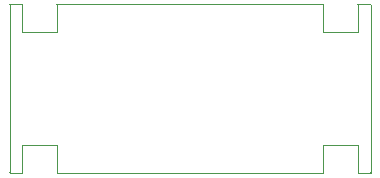
<source format=gm1>
G04*
G04 #@! TF.GenerationSoftware,Altium Limited,Altium Designer,20.0.10 (225)*
G04*
G04 Layer_Color=16711935*
%FSLAX25Y25*%
%MOIN*%
G70*
G01*
G75*
%ADD15C,0.00300*%
D15*
X120229Y56102D02*
G03*
X120079Y56252I-150J0D01*
G01*
X120229Y56102D02*
G03*
X120079Y56252I-150J0D01*
G01*
X116142D02*
G03*
X115992Y56102I0J-150D01*
G01*
X116142Y56252D02*
G03*
X115992Y56102I0J-150D01*
G01*
X104481D02*
G03*
X104331Y56252I-150J0D01*
G01*
X104481Y56102D02*
G03*
X104331Y56252I-150J0D01*
G01*
X120079Y-150D02*
G03*
X120229Y0I0J150D01*
G01*
X120079Y-150D02*
G03*
X120229Y0I0J150D01*
G01*
X115992D02*
G03*
X116142Y-150I150J0D01*
G01*
X115992Y0D02*
G03*
X116142Y-150I150J0D01*
G01*
X104331D02*
G03*
X104481Y0I0J150D01*
G01*
X104331Y-150D02*
G03*
X104481Y0I0J150D01*
G01*
X15748Y56252D02*
G03*
X15598Y56102I0J-150D01*
G01*
X15748Y56252D02*
G03*
X15598Y56102I0J-150D01*
G01*
X4087D02*
G03*
X3937Y56252I-150J0D01*
G01*
X4087Y56102D02*
G03*
X3937Y56252I-150J0D01*
G01*
X-0D02*
G03*
X-150Y56102I0J-150D01*
G01*
X-0Y56252D02*
G03*
X-150Y56102I0J-150D01*
G01*
X15598Y-0D02*
G03*
X15748Y-150I150J0D01*
G01*
X15598Y-0D02*
G03*
X15748Y-150I150J0D01*
G01*
X3937D02*
G03*
X4087Y-0I0J150D01*
G01*
X3937Y-150D02*
G03*
X4087Y-0I0J150D01*
G01*
X-150D02*
G03*
X0Y-150I150J0D01*
G01*
X-150Y-0D02*
G03*
X0Y-150I150J0D01*
G01*
X116142Y56252D02*
X120079D01*
X104481Y46902D02*
X115992D01*
X104481D02*
Y56102D01*
X115992Y46902D02*
Y56102D01*
X120229D02*
X120229Y0D01*
X116142Y-150D02*
X120079D01*
X115992Y0D02*
Y9200D01*
X104481Y0D02*
Y9200D01*
X115992D01*
X15748Y56252D02*
X104331Y56252D01*
X15598Y46902D02*
Y56102D01*
X4087Y46902D02*
X15598D01*
X4087D02*
Y56102D01*
X-0Y56252D02*
X3937D01*
X4087Y9200D02*
X15598D01*
Y-0D02*
Y9200D01*
X15748Y-150D02*
X104331Y-150D01*
X4087Y-0D02*
Y9200D01*
X-150Y56102D02*
X-150Y-0D01*
X0Y-150D02*
X3937D01*
X120229Y56102D02*
G03*
X120079Y56252I-150J0D01*
G01*
X120229Y56102D02*
G03*
X120079Y56252I-150J0D01*
G01*
X116142D02*
G03*
X115992Y56102I0J-150D01*
G01*
X116142Y56252D02*
G03*
X115992Y56102I0J-150D01*
G01*
X104481D02*
G03*
X104331Y56252I-150J0D01*
G01*
X104481Y56102D02*
G03*
X104331Y56252I-150J0D01*
G01*
X120079Y-150D02*
G03*
X120229Y0I0J150D01*
G01*
X120079Y-150D02*
G03*
X120229Y0I0J150D01*
G01*
X115992D02*
G03*
X116142Y-150I150J0D01*
G01*
X115992Y0D02*
G03*
X116142Y-150I150J0D01*
G01*
X104331D02*
G03*
X104481Y0I0J150D01*
G01*
X104331Y-150D02*
G03*
X104481Y0I0J150D01*
G01*
X15748Y56252D02*
G03*
X15598Y56102I0J-150D01*
G01*
X15748Y56252D02*
G03*
X15598Y56102I0J-150D01*
G01*
X4087D02*
G03*
X3937Y56252I-150J0D01*
G01*
X4087Y56102D02*
G03*
X3937Y56252I-150J0D01*
G01*
X-0D02*
G03*
X-150Y56102I0J-150D01*
G01*
X-0Y56252D02*
G03*
X-150Y56102I0J-150D01*
G01*
X15598Y-0D02*
G03*
X15748Y-150I150J0D01*
G01*
X15598Y-0D02*
G03*
X15748Y-150I150J0D01*
G01*
X3937D02*
G03*
X4087Y-0I0J150D01*
G01*
X3937Y-150D02*
G03*
X4087Y-0I0J150D01*
G01*
X-150D02*
G03*
X0Y-150I150J0D01*
G01*
X-150Y-0D02*
G03*
X0Y-150I150J0D01*
G01*
X116142Y56252D02*
X120079D01*
X104481Y46902D02*
X115992D01*
X104481D02*
Y56102D01*
X115992Y46902D02*
Y56102D01*
X120229D02*
X120229Y0D01*
X116142Y-150D02*
X120079D01*
X115992Y0D02*
Y9200D01*
X104481Y0D02*
Y9200D01*
X115992D01*
X15748Y56252D02*
X104331Y56252D01*
X15598Y46902D02*
Y56102D01*
X4087Y46902D02*
X15598D01*
X4087D02*
Y56102D01*
X-0Y56252D02*
X3937D01*
X4087Y9200D02*
X15598D01*
Y-0D02*
Y9200D01*
X15748Y-150D02*
X104331Y-150D01*
X4087Y-0D02*
Y9200D01*
X-150Y56102D02*
X-150Y-0D01*
X0Y-150D02*
X3937D01*
M02*

</source>
